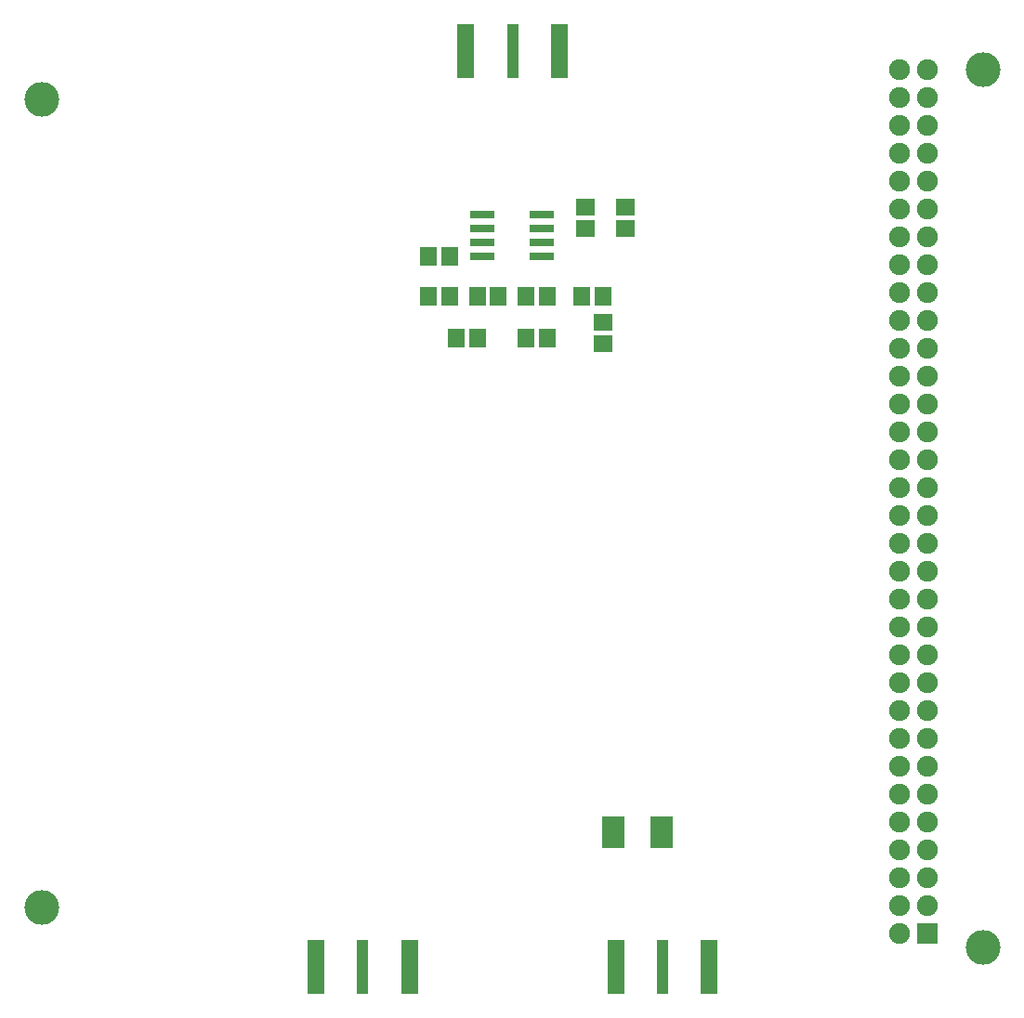
<source format=gbr>
G04 DipTrace 3.3.1.3*
G04 TopMask.gbr*
%MOIN*%
G04 #@! TF.FileFunction,Soldermask,Top*
G04 #@! TF.Part,Single*
%ADD25C,0.125*%
%ADD30R,0.08662X0.031502*%
%ADD32R,0.078746X0.114179*%
%ADD34C,0.074809*%
%ADD36R,0.074809X0.074809*%
%ADD38R,0.041738X0.193707*%
%ADD40R,0.06103X0.193707*%
%ADD42R,0.066935X0.059061*%
%ADD44R,0.059061X0.066935*%
%FSLAX26Y26*%
G04*
G70*
G90*
G75*
G01*
G04 TopMask*
%LPD*%
D44*
X2082763Y2782510D3*
X2157566D3*
X2332763D3*
X2407566D3*
D42*
X2607763Y2763759D3*
Y2838562D3*
D44*
X1982763Y3076259D3*
X2057566D3*
X1982763Y2932510D3*
X2057566D3*
D42*
X2545263Y3251259D3*
Y3176456D3*
X2689014Y3251259D3*
Y3176456D3*
D25*
X595214Y3638759D3*
Y738759D3*
X3970214Y595008D3*
Y3745010D3*
D40*
X2654318Y526259D3*
X2988964D3*
D38*
X2821641D3*
D40*
X2451464Y3813759D3*
X2116818D3*
D38*
X2284141D3*
D36*
X3770214Y645010D3*
D34*
X3670214D3*
X3770214Y745010D3*
X3670214D3*
X3770214Y845010D3*
X3670214D3*
X3770214Y945010D3*
X3670214D3*
X3770214Y1045010D3*
X3670214D3*
X3770214Y1145010D3*
X3670214D3*
X3770214Y1245010D3*
X3670214D3*
X3770214Y1345010D3*
X3670214D3*
X3770214Y1445010D3*
X3670214D3*
X3770214Y1545010D3*
X3670214D3*
X3770214Y1645010D3*
X3670214D3*
X3770214Y1745010D3*
X3670214D3*
X3770214Y1845010D3*
X3670214D3*
X3770214Y1945010D3*
X3670214D3*
X3770214Y2045010D3*
X3670214D3*
X3770214Y2145010D3*
X3670214D3*
X3770214Y2245010D3*
X3670214D3*
X3770214Y2345010D3*
X3670214D3*
X3770214Y2445010D3*
X3670214D3*
X3770214Y2545010D3*
X3670214D3*
X3770214Y2645010D3*
X3670214D3*
X3770214Y2745010D3*
X3670214D3*
X3770214Y2845010D3*
X3670214D3*
X3770214Y2945010D3*
X3670214D3*
X3770214Y3045010D3*
X3670214D3*
X3770214Y3145010D3*
X3670214D3*
X3770214Y3245010D3*
X3670214D3*
X3770214Y3345010D3*
X3670214D3*
X3770214Y3445010D3*
X3670214D3*
X3770214Y3545010D3*
X3670214D3*
X3770214Y3645010D3*
X3670214D3*
X3770214Y3745010D3*
X3670214D3*
D40*
X1579318Y526259D3*
X1913964D3*
D38*
X1746641D3*
D44*
X2532763Y2932510D3*
X2607566D3*
D32*
X2645214Y1007510D3*
X2818443D3*
D44*
X2157763Y2932510D3*
X2232566D3*
X2332763D3*
X2407566D3*
D30*
X2176464Y3226259D3*
Y3176259D3*
Y3126259D3*
Y3076259D3*
X2389062D3*
Y3126259D3*
Y3176259D3*
Y3226259D3*
M02*

</source>
